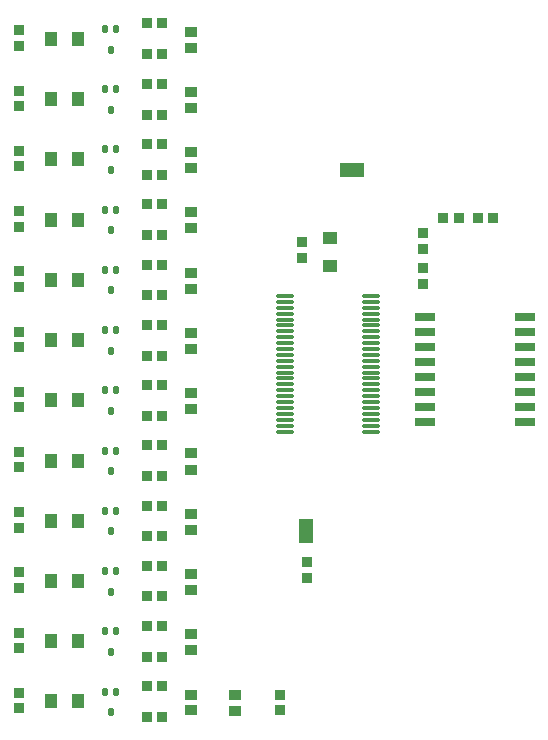
<source format=gtp>
%FSLAX23Y23*%
%MOIN*%
%SFA1B1*%

%IPPOS*%
%AMD26*
4,1,8,0.004900,0.014800,-0.004900,0.014800,-0.009800,0.009800,-0.009800,-0.009800,-0.004900,-0.014800,0.004900,-0.014800,0.009800,-0.009800,0.009800,0.009800,0.004900,0.014800,0.0*
1,1,0.009840,0.004900,0.009800*
1,1,0.009840,-0.004900,0.009800*
1,1,0.009840,-0.004900,-0.009800*
1,1,0.009840,0.004900,-0.009800*
%
%ADD17R,0.033470X0.037400*%
%ADD18R,0.037400X0.033470*%
%ADD19R,0.065750X0.029920*%
%ADD20R,0.080710X0.045280*%
%ADD21R,0.051180X0.043310*%
%ADD22O,0.062990X0.013390*%
%ADD23R,0.045280X0.080710*%
%ADD24R,0.039370X0.035430*%
%ADD25R,0.043310X0.051180*%
G04~CAMADD=26~8~0.0~0.0~196.8~295.3~49.2~0.0~15~0.0~0.0~0.0~0.0~0~0.0~0.0~0.0~0.0~0~0.0~0.0~0.0~0.0~196.8~295.3*
%ADD26D26*%
%LNbms-1*%
%LPD*%
G54D17*
X2002Y1785D03*
X2054D03*
X1939D03*
X1888D03*
X899Y2433D03*
X950D03*
X899Y2330D03*
X950D03*
X899Y2232D03*
X950D03*
X899Y2129D03*
X950D03*
X899Y2031D03*
X950D03*
X899Y1929D03*
X950D03*
X899Y1830D03*
X950D03*
X899Y1728D03*
X950D03*
X899Y1629D03*
X950D03*
X899Y1527D03*
X950D03*
X899Y1429D03*
X950D03*
X899Y1326D03*
X950D03*
X899Y1125D03*
X950D03*
X899Y1228D03*
X950D03*
X899Y1027D03*
X950D03*
X899Y925D03*
X950D03*
X899Y826D03*
X950D03*
X899Y724D03*
X950D03*
X899Y625D03*
X950D03*
X899Y523D03*
X950D03*
X899Y425D03*
X950D03*
X899Y322D03*
X950D03*
X899Y224D03*
X950D03*
X899Y122D03*
X950D03*
G54D18*
X1821Y1682D03*
Y1733D03*
Y1618D03*
Y1566D03*
X1415Y1652D03*
Y1703D03*
X1432Y586D03*
Y637D03*
X1342Y143D03*
Y194D03*
X472Y201D03*
Y150D03*
Y402D03*
Y351D03*
Y603D03*
Y552D03*
Y804D03*
Y752D03*
Y1004D03*
Y953D03*
Y1205D03*
Y1154D03*
Y1406D03*
Y1355D03*
Y1607D03*
Y1556D03*
Y1808D03*
Y1756D03*
Y2008D03*
Y1957D03*
Y2209D03*
Y2158D03*
Y2410D03*
Y2359D03*
G54D19*
X1825Y1204D03*
Y1454D03*
X2161D03*
X1825Y1104D03*
Y1154D03*
Y1254D03*
Y1304D03*
Y1354D03*
Y1404D03*
X2161D03*
Y1354D03*
Y1304D03*
Y1254D03*
Y1204D03*
Y1154D03*
Y1104D03*
G54D20*
X1584Y1945D03*
G54D21*
X1510Y1717D03*
Y1626D03*
G54D22*
X1647Y1407D03*
X1360Y1525D03*
Y1505D03*
Y1486D03*
Y1466D03*
Y1446D03*
Y1427D03*
Y1407D03*
Y1387D03*
Y1368D03*
Y1348D03*
Y1328D03*
Y1309D03*
Y1289D03*
Y1269D03*
Y1250D03*
Y1230D03*
Y1210D03*
Y1190D03*
Y1171D03*
Y1151D03*
Y1131D03*
Y1112D03*
Y1092D03*
Y1072D03*
X1647Y1525D03*
Y1505D03*
Y1486D03*
Y1466D03*
Y1446D03*
Y1427D03*
Y1387D03*
Y1368D03*
Y1348D03*
Y1328D03*
Y1309D03*
Y1289D03*
Y1269D03*
Y1250D03*
Y1230D03*
Y1210D03*
Y1190D03*
Y1171D03*
Y1151D03*
Y1131D03*
Y1112D03*
Y1092D03*
Y1072D03*
G54D23*
X1431Y740D03*
G54D24*
X1192Y195D03*
Y142D03*
X1047Y143D03*
Y196D03*
Y344D03*
Y397D03*
Y545D03*
Y598D03*
Y746D03*
Y799D03*
Y946D03*
Y1000D03*
Y1147D03*
Y1200D03*
Y1348D03*
Y1401D03*
Y1549D03*
Y1602D03*
Y1750D03*
Y1803D03*
Y1950D03*
Y2003D03*
Y2151D03*
Y2204D03*
Y2352D03*
Y2405D03*
G54D25*
X581Y2381D03*
X671D03*
X581Y2181D03*
X671D03*
X581Y1980D03*
X671D03*
X581Y1779D03*
X671D03*
X581Y1578D03*
X671D03*
X581Y1377D03*
X671D03*
X581Y1177D03*
X671D03*
X581Y976D03*
X671D03*
X581Y775D03*
X671D03*
X581Y574D03*
X671D03*
X581Y374D03*
X671D03*
X581Y173D03*
X671D03*
G54D26*
X779Y2346D03*
X759Y2414D03*
X798D03*
X779Y2146D03*
X759Y2214D03*
X798D03*
X779Y1945D03*
X759Y2013D03*
X798D03*
X779Y1744D03*
X759Y1812D03*
X798D03*
X779Y1543D03*
X759Y1611D03*
X798D03*
X779Y1342D03*
X759Y1411D03*
X798D03*
X779Y1142D03*
X759Y1210D03*
X798D03*
X779Y941D03*
X759Y1009D03*
X798D03*
X779Y740D03*
X759Y808D03*
X798D03*
X779Y539D03*
X759Y607D03*
X798D03*
X779Y338D03*
X759Y407D03*
X798D03*
X779Y138D03*
X759Y206D03*
X798D03*
M02*
</source>
